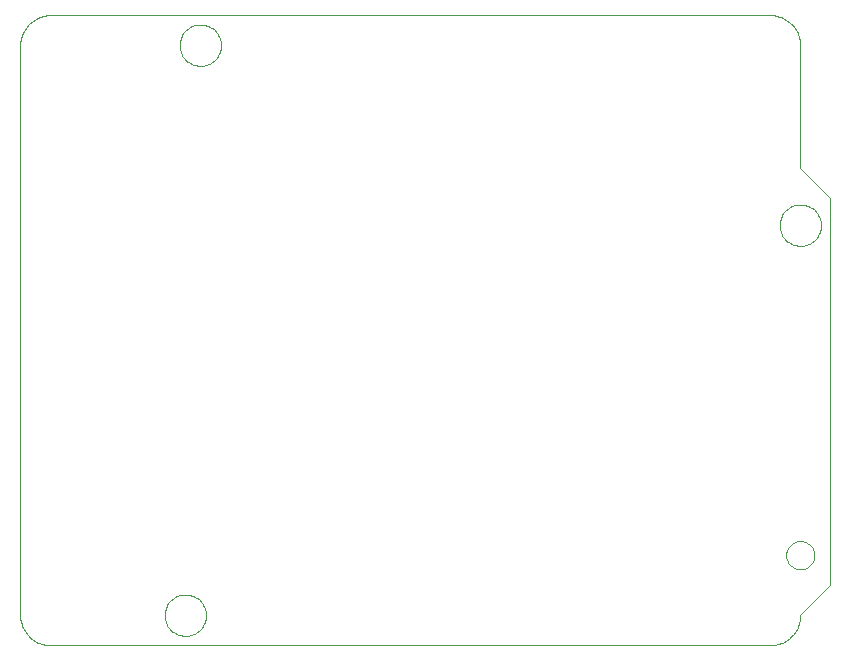
<source format=gko>
G75*
G70*
%OFA0B0*%
%FSLAX24Y24*%
%IPPOS*%
%LPD*%
%AMOC8*
5,1,8,0,0,1.08239X$1,22.5*
%
%ADD10C,0.0000*%
D10*
X001487Y001390D02*
X001487Y020390D01*
X001489Y020450D01*
X001494Y020511D01*
X001503Y020570D01*
X001516Y020629D01*
X001532Y020688D01*
X001552Y020745D01*
X001575Y020800D01*
X001602Y020855D01*
X001631Y020907D01*
X001664Y020958D01*
X001700Y021007D01*
X001738Y021053D01*
X001780Y021097D01*
X001824Y021139D01*
X001870Y021177D01*
X001919Y021213D01*
X001970Y021246D01*
X002022Y021275D01*
X002077Y021302D01*
X002132Y021325D01*
X002189Y021345D01*
X002248Y021361D01*
X002307Y021374D01*
X002366Y021383D01*
X002427Y021388D01*
X002487Y021390D01*
X026487Y021390D01*
X026547Y021388D01*
X026608Y021383D01*
X026667Y021374D01*
X026726Y021361D01*
X026785Y021345D01*
X026842Y021325D01*
X026897Y021302D01*
X026952Y021275D01*
X027004Y021246D01*
X027055Y021213D01*
X027104Y021177D01*
X027150Y021139D01*
X027194Y021097D01*
X027236Y021053D01*
X027274Y021007D01*
X027310Y020958D01*
X027343Y020907D01*
X027372Y020855D01*
X027399Y020800D01*
X027422Y020745D01*
X027442Y020688D01*
X027458Y020629D01*
X027471Y020570D01*
X027480Y020511D01*
X027485Y020450D01*
X027487Y020390D01*
X027487Y016290D01*
X028487Y015290D01*
X028487Y002390D01*
X027487Y001390D01*
X027485Y001330D01*
X027480Y001269D01*
X027471Y001210D01*
X027458Y001151D01*
X027442Y001092D01*
X027422Y001035D01*
X027399Y000980D01*
X027372Y000925D01*
X027343Y000873D01*
X027310Y000822D01*
X027274Y000773D01*
X027236Y000727D01*
X027194Y000683D01*
X027150Y000641D01*
X027104Y000603D01*
X027055Y000567D01*
X027004Y000534D01*
X026952Y000505D01*
X026897Y000478D01*
X026842Y000455D01*
X026785Y000435D01*
X026726Y000419D01*
X026667Y000406D01*
X026608Y000397D01*
X026547Y000392D01*
X026487Y000390D01*
X002487Y000390D01*
X002427Y000392D01*
X002366Y000397D01*
X002307Y000406D01*
X002248Y000419D01*
X002189Y000435D01*
X002132Y000455D01*
X002077Y000478D01*
X002022Y000505D01*
X001970Y000534D01*
X001919Y000567D01*
X001870Y000603D01*
X001824Y000641D01*
X001780Y000683D01*
X001738Y000727D01*
X001700Y000773D01*
X001664Y000822D01*
X001631Y000873D01*
X001602Y000925D01*
X001575Y000980D01*
X001552Y001035D01*
X001532Y001092D01*
X001516Y001151D01*
X001503Y001210D01*
X001494Y001269D01*
X001489Y001330D01*
X001487Y001390D01*
X006298Y001390D02*
X006300Y001442D01*
X006306Y001494D01*
X006316Y001545D01*
X006329Y001595D01*
X006347Y001645D01*
X006368Y001692D01*
X006392Y001738D01*
X006421Y001782D01*
X006452Y001824D01*
X006486Y001863D01*
X006523Y001900D01*
X006563Y001933D01*
X006606Y001964D01*
X006650Y001991D01*
X006696Y002015D01*
X006745Y002035D01*
X006794Y002051D01*
X006845Y002064D01*
X006896Y002073D01*
X006948Y002078D01*
X007000Y002079D01*
X007052Y002076D01*
X007104Y002069D01*
X007155Y002058D01*
X007205Y002044D01*
X007254Y002025D01*
X007301Y002003D01*
X007346Y001978D01*
X007390Y001949D01*
X007431Y001917D01*
X007470Y001882D01*
X007505Y001844D01*
X007538Y001803D01*
X007568Y001761D01*
X007594Y001716D01*
X007617Y001669D01*
X007636Y001620D01*
X007652Y001570D01*
X007664Y001520D01*
X007672Y001468D01*
X007676Y001416D01*
X007676Y001364D01*
X007672Y001312D01*
X007664Y001260D01*
X007652Y001210D01*
X007636Y001160D01*
X007617Y001111D01*
X007594Y001064D01*
X007568Y001019D01*
X007538Y000977D01*
X007505Y000936D01*
X007470Y000898D01*
X007431Y000863D01*
X007390Y000831D01*
X007346Y000802D01*
X007301Y000777D01*
X007254Y000755D01*
X007205Y000736D01*
X007155Y000722D01*
X007104Y000711D01*
X007052Y000704D01*
X007000Y000701D01*
X006948Y000702D01*
X006896Y000707D01*
X006845Y000716D01*
X006794Y000729D01*
X006745Y000745D01*
X006696Y000765D01*
X006650Y000789D01*
X006606Y000816D01*
X006563Y000847D01*
X006523Y000880D01*
X006486Y000917D01*
X006452Y000956D01*
X006421Y000998D01*
X006392Y001042D01*
X006368Y001088D01*
X006347Y001135D01*
X006329Y001185D01*
X006316Y001235D01*
X006306Y001286D01*
X006300Y001338D01*
X006298Y001390D01*
X027015Y003390D02*
X027017Y003433D01*
X027023Y003475D01*
X027033Y003517D01*
X027046Y003558D01*
X027063Y003598D01*
X027084Y003635D01*
X027108Y003671D01*
X027135Y003704D01*
X027165Y003735D01*
X027198Y003763D01*
X027233Y003788D01*
X027270Y003809D01*
X027309Y003827D01*
X027349Y003841D01*
X027391Y003852D01*
X027433Y003859D01*
X027476Y003862D01*
X027519Y003861D01*
X027562Y003856D01*
X027604Y003847D01*
X027645Y003835D01*
X027685Y003819D01*
X027723Y003799D01*
X027759Y003776D01*
X027793Y003749D01*
X027825Y003720D01*
X027853Y003688D01*
X027879Y003653D01*
X027901Y003617D01*
X027920Y003578D01*
X027935Y003538D01*
X027947Y003497D01*
X027955Y003454D01*
X027959Y003411D01*
X027959Y003369D01*
X027955Y003326D01*
X027947Y003283D01*
X027935Y003242D01*
X027920Y003202D01*
X027901Y003163D01*
X027879Y003127D01*
X027853Y003092D01*
X027825Y003060D01*
X027793Y003031D01*
X027759Y003004D01*
X027723Y002981D01*
X027685Y002961D01*
X027645Y002945D01*
X027604Y002933D01*
X027562Y002924D01*
X027519Y002919D01*
X027476Y002918D01*
X027433Y002921D01*
X027391Y002928D01*
X027349Y002939D01*
X027309Y002953D01*
X027270Y002971D01*
X027233Y002992D01*
X027198Y003017D01*
X027165Y003045D01*
X027135Y003076D01*
X027108Y003109D01*
X027084Y003145D01*
X027063Y003182D01*
X027046Y003222D01*
X027033Y003263D01*
X027023Y003305D01*
X027017Y003347D01*
X027015Y003390D01*
X026798Y014390D02*
X026800Y014442D01*
X026806Y014494D01*
X026816Y014545D01*
X026829Y014595D01*
X026847Y014645D01*
X026868Y014692D01*
X026892Y014738D01*
X026921Y014782D01*
X026952Y014824D01*
X026986Y014863D01*
X027023Y014900D01*
X027063Y014933D01*
X027106Y014964D01*
X027150Y014991D01*
X027196Y015015D01*
X027245Y015035D01*
X027294Y015051D01*
X027345Y015064D01*
X027396Y015073D01*
X027448Y015078D01*
X027500Y015079D01*
X027552Y015076D01*
X027604Y015069D01*
X027655Y015058D01*
X027705Y015044D01*
X027754Y015025D01*
X027801Y015003D01*
X027846Y014978D01*
X027890Y014949D01*
X027931Y014917D01*
X027970Y014882D01*
X028005Y014844D01*
X028038Y014803D01*
X028068Y014761D01*
X028094Y014716D01*
X028117Y014669D01*
X028136Y014620D01*
X028152Y014570D01*
X028164Y014520D01*
X028172Y014468D01*
X028176Y014416D01*
X028176Y014364D01*
X028172Y014312D01*
X028164Y014260D01*
X028152Y014210D01*
X028136Y014160D01*
X028117Y014111D01*
X028094Y014064D01*
X028068Y014019D01*
X028038Y013977D01*
X028005Y013936D01*
X027970Y013898D01*
X027931Y013863D01*
X027890Y013831D01*
X027846Y013802D01*
X027801Y013777D01*
X027754Y013755D01*
X027705Y013736D01*
X027655Y013722D01*
X027604Y013711D01*
X027552Y013704D01*
X027500Y013701D01*
X027448Y013702D01*
X027396Y013707D01*
X027345Y013716D01*
X027294Y013729D01*
X027245Y013745D01*
X027196Y013765D01*
X027150Y013789D01*
X027106Y013816D01*
X027063Y013847D01*
X027023Y013880D01*
X026986Y013917D01*
X026952Y013956D01*
X026921Y013998D01*
X026892Y014042D01*
X026868Y014088D01*
X026847Y014135D01*
X026829Y014185D01*
X026816Y014235D01*
X026806Y014286D01*
X026800Y014338D01*
X026798Y014390D01*
X006798Y020390D02*
X006800Y020442D01*
X006806Y020494D01*
X006816Y020545D01*
X006829Y020595D01*
X006847Y020645D01*
X006868Y020692D01*
X006892Y020738D01*
X006921Y020782D01*
X006952Y020824D01*
X006986Y020863D01*
X007023Y020900D01*
X007063Y020933D01*
X007106Y020964D01*
X007150Y020991D01*
X007196Y021015D01*
X007245Y021035D01*
X007294Y021051D01*
X007345Y021064D01*
X007396Y021073D01*
X007448Y021078D01*
X007500Y021079D01*
X007552Y021076D01*
X007604Y021069D01*
X007655Y021058D01*
X007705Y021044D01*
X007754Y021025D01*
X007801Y021003D01*
X007846Y020978D01*
X007890Y020949D01*
X007931Y020917D01*
X007970Y020882D01*
X008005Y020844D01*
X008038Y020803D01*
X008068Y020761D01*
X008094Y020716D01*
X008117Y020669D01*
X008136Y020620D01*
X008152Y020570D01*
X008164Y020520D01*
X008172Y020468D01*
X008176Y020416D01*
X008176Y020364D01*
X008172Y020312D01*
X008164Y020260D01*
X008152Y020210D01*
X008136Y020160D01*
X008117Y020111D01*
X008094Y020064D01*
X008068Y020019D01*
X008038Y019977D01*
X008005Y019936D01*
X007970Y019898D01*
X007931Y019863D01*
X007890Y019831D01*
X007846Y019802D01*
X007801Y019777D01*
X007754Y019755D01*
X007705Y019736D01*
X007655Y019722D01*
X007604Y019711D01*
X007552Y019704D01*
X007500Y019701D01*
X007448Y019702D01*
X007396Y019707D01*
X007345Y019716D01*
X007294Y019729D01*
X007245Y019745D01*
X007196Y019765D01*
X007150Y019789D01*
X007106Y019816D01*
X007063Y019847D01*
X007023Y019880D01*
X006986Y019917D01*
X006952Y019956D01*
X006921Y019998D01*
X006892Y020042D01*
X006868Y020088D01*
X006847Y020135D01*
X006829Y020185D01*
X006816Y020235D01*
X006806Y020286D01*
X006800Y020338D01*
X006798Y020390D01*
M02*

</source>
